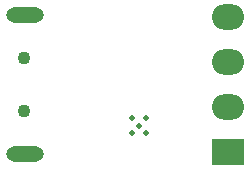
<source format=gbs>
G04 #@! TF.FileFunction,Soldermask,Bot*
%FSLAX46Y46*%
G04 Gerber Fmt 4.6, Leading zero omitted, Abs format (unit mm)*
G04 Created by KiCad (PCBNEW 4.0.2-stable) date Martedì 30 Maggio 2017 22:22:28*
%MOMM*%
G01*
G04 APERTURE LIST*
%ADD10C,0.100000*%
%ADD11O,3.200000X1.300000*%
%ADD12C,1.100000*%
%ADD13R,2.700000X2.200000*%
%ADD14O,2.700000X2.200000*%
%ADD15C,0.500000*%
G04 APERTURE END LIST*
D10*
D11*
X200200000Y-129650000D03*
D12*
X200150000Y-137750000D03*
X200150000Y-133250000D03*
D11*
X200200000Y-141350000D03*
D13*
X217400000Y-141215000D03*
D14*
X217400000Y-137400000D03*
X217400000Y-133600000D03*
X217400000Y-129785000D03*
D15*
X209850000Y-138975000D03*
X209250000Y-139575000D03*
X210450000Y-138375000D03*
X210450000Y-139575000D03*
X209250000Y-138375000D03*
M02*

</source>
